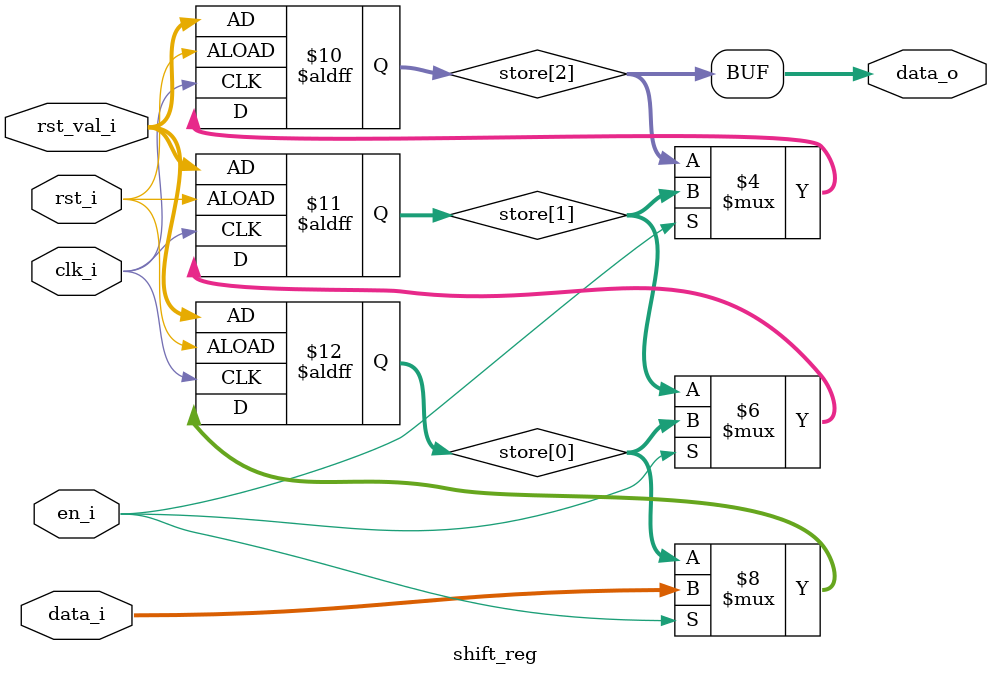
<source format=sv>
module shift_reg #(
    parameter N = 8, // Width of the data
    parameter Length = 3 // Number of registers
  ) (
    input clk_i, // clock
    input en_i, // enable shift
    input rst_i, //reset active low
    input [N-1:0] rst_val_i, //reset value (Every register will be initialized with this value)
    input [N-1:0] data_i, //data in
    output [N-1:0] data_o //data out
  );

  reg [N-1:0] store [Length-1:0]; //the register that holds the data

  generate
    genvar i;
    for(i = 0; i < Length; i = i + 1)
    begin: shiftblock
      always_ff @(posedge clk_i or posedge rst_i)
      begin
        if(rst_i)
          store[i] <= rst_val_i;
        else
        begin
          if(en_i) // If enable is active then shift
          begin
            if(i == 0)
              store[i] <= data_i;
            else
              store[i] <= store[i-1];
          end
        end
      end
    end
  endgenerate
  assign data_o = store[Length-1];
endmodule


</source>
